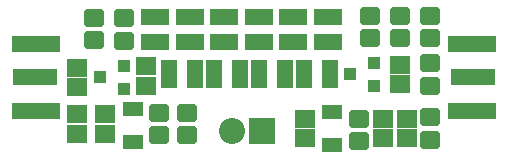
<source format=gts>
G04 Layer_Color=20142*
%FSLAX24Y24*%
%MOIN*%
G70*
G01*
G75*
%ADD27R,0.0651X0.0612*%
%ADD28R,0.0680X0.0474*%
%ADD29R,0.0954X0.0564*%
%ADD30R,0.0564X0.0954*%
%ADD31R,0.1614X0.0571*%
%ADD32R,0.1457X0.0539*%
%ADD33R,0.0434X0.0395*%
G04:AMPARAMS|DCode=34|XSize=67.1mil|YSize=59.2mil|CornerRadius=6.6mil|HoleSize=0mil|Usage=FLASHONLY|Rotation=0.000|XOffset=0mil|YOffset=0mil|HoleType=Round|Shape=RoundedRectangle|*
%AMROUNDEDRECTD34*
21,1,0.0671,0.0461,0,0,0.0*
21,1,0.0539,0.0592,0,0,0.0*
1,1,0.0131,0.0270,-0.0230*
1,1,0.0131,-0.0270,-0.0230*
1,1,0.0131,-0.0270,0.0230*
1,1,0.0131,0.0270,0.0230*
%
%ADD34ROUNDEDRECTD34*%
%ADD35R,0.0867X0.0867*%
%ADD36C,0.0867*%
D27*
X18902Y7175D02*
D03*
X18902Y6525D02*
D03*
X8700Y7325D02*
D03*
X8700Y6675D02*
D03*
X8700Y8225D02*
D03*
X8700Y8875D02*
D03*
X11000Y8925D02*
D03*
X11000Y8275D02*
D03*
X19450Y8325D02*
D03*
X19450Y8975D02*
D03*
X9617Y6675D02*
D03*
X9617Y7325D02*
D03*
X19686Y6525D02*
D03*
X19686Y7175D02*
D03*
X16300Y6515D02*
D03*
X16300Y7165D02*
D03*
D28*
X17185Y7400D02*
D03*
X17185Y6300D02*
D03*
X10550Y7500D02*
D03*
X10550Y6400D02*
D03*
D29*
X17050Y9723D02*
D03*
X17050Y10577D02*
D03*
X15900Y9723D02*
D03*
X15900Y10577D02*
D03*
X14750Y9723D02*
D03*
X14750Y10577D02*
D03*
X13600Y9723D02*
D03*
X13600Y10577D02*
D03*
X12450Y9723D02*
D03*
X12450Y10577D02*
D03*
X11300Y9723D02*
D03*
X11300Y10577D02*
D03*
D30*
X17127Y8650D02*
D03*
X16273Y8650D02*
D03*
X15627Y8650D02*
D03*
X14773Y8650D02*
D03*
X14127Y8650D02*
D03*
X13273Y8650D02*
D03*
X12627Y8650D02*
D03*
X11773Y8650D02*
D03*
D31*
X7337Y9662D02*
D03*
X7337Y7438D02*
D03*
X21863Y7438D02*
D03*
X21863Y9662D02*
D03*
D32*
X7298Y8550D02*
D03*
X21902Y8550D02*
D03*
D33*
X9456Y8550D02*
D03*
X10244Y8924D02*
D03*
X10244Y8176D02*
D03*
X17806Y8650D02*
D03*
X18594Y9024D02*
D03*
X18594Y8276D02*
D03*
D34*
X9250Y10531D02*
D03*
X9250Y9783D02*
D03*
X10250Y10524D02*
D03*
X10250Y9776D02*
D03*
X11433Y7374D02*
D03*
X11433Y6626D02*
D03*
X18450Y10598D02*
D03*
X18450Y9850D02*
D03*
X19450Y10598D02*
D03*
X19450Y9850D02*
D03*
X18098Y7174D02*
D03*
X18098Y6426D02*
D03*
X20450Y10598D02*
D03*
X20450Y9850D02*
D03*
X20450Y9024D02*
D03*
X20450Y8276D02*
D03*
X20450Y6476D02*
D03*
X20450Y7224D02*
D03*
X12350Y7374D02*
D03*
X12350Y6626D02*
D03*
D35*
X14850Y6750D02*
D03*
D36*
X13850Y6750D02*
D03*
M02*

</source>
